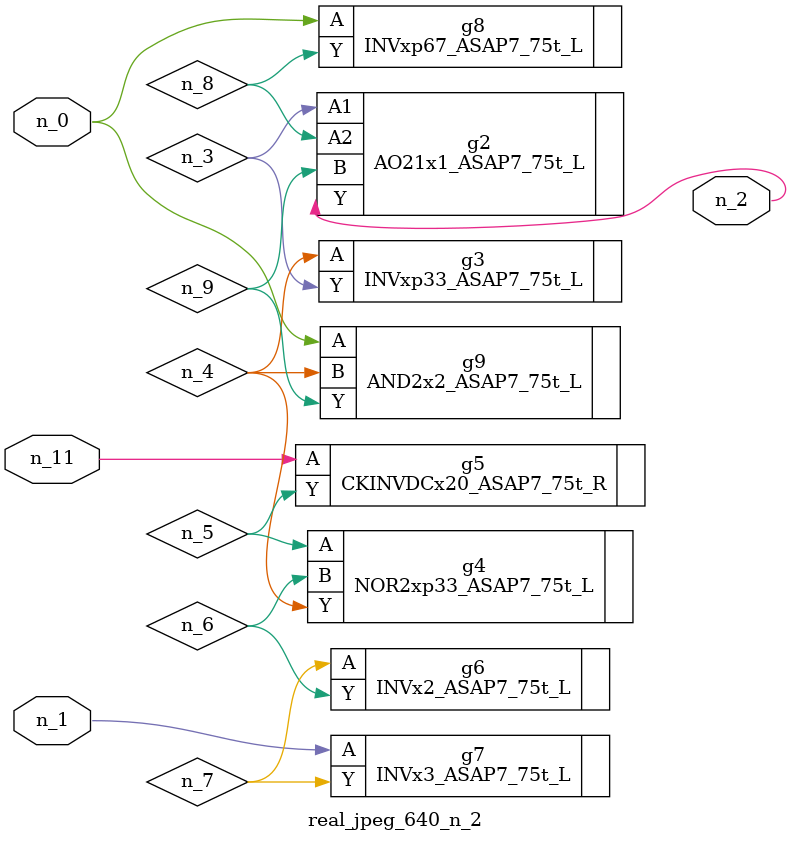
<source format=v>
module real_jpeg_640_n_2 (n_1, n_11, n_0, n_2);

input n_1;
input n_11;
input n_0;

output n_2;

wire n_5;
wire n_8;
wire n_4;
wire n_6;
wire n_7;
wire n_3;
wire n_9;

INVxp67_ASAP7_75t_L g8 ( 
.A(n_0),
.Y(n_8)
);

AND2x2_ASAP7_75t_L g9 ( 
.A(n_0),
.B(n_4),
.Y(n_9)
);

INVx3_ASAP7_75t_L g7 ( 
.A(n_1),
.Y(n_7)
);

AO21x1_ASAP7_75t_L g2 ( 
.A1(n_3),
.A2(n_8),
.B(n_9),
.Y(n_2)
);

INVxp33_ASAP7_75t_L g3 ( 
.A(n_4),
.Y(n_3)
);

NOR2xp33_ASAP7_75t_L g4 ( 
.A(n_5),
.B(n_6),
.Y(n_4)
);

INVx2_ASAP7_75t_L g6 ( 
.A(n_7),
.Y(n_6)
);

CKINVDCx20_ASAP7_75t_R g5 ( 
.A(n_11),
.Y(n_5)
);


endmodule
</source>
